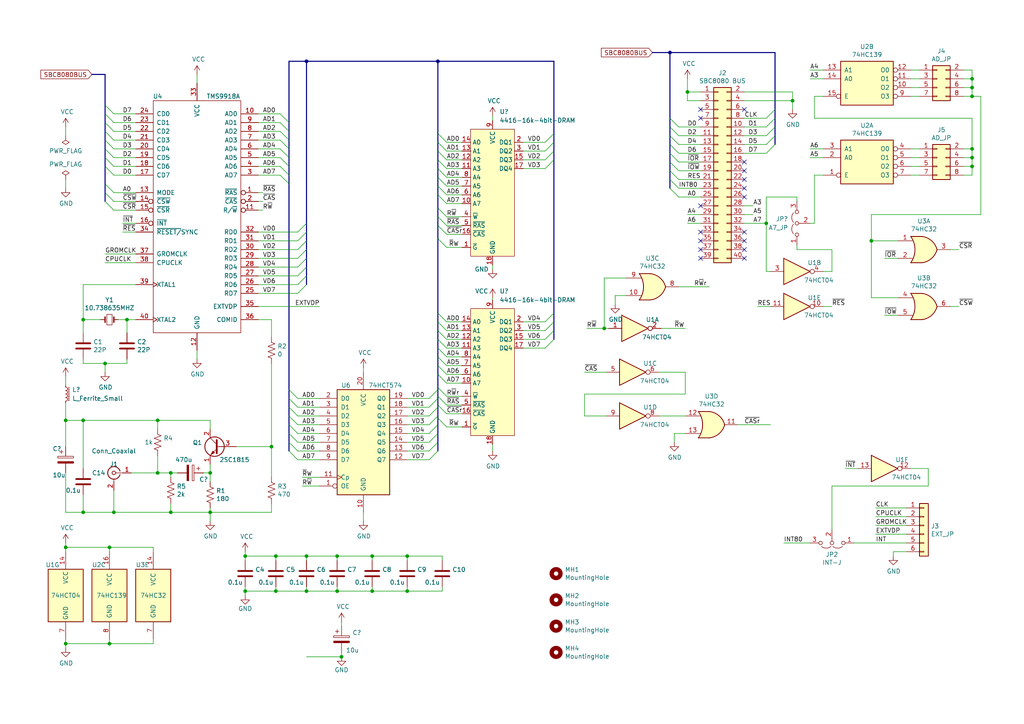
<source format=kicad_sch>
(kicad_sch (version 20211123) (generator eeschema)
  (paper "A4")
  (title_block (title "KZ80 TMS9918A Display Board(DRAM Version)") (date "2022-08-29") (rev "1") (company "KUNI-NET"))
  (junction (at 281.94 48.26))
  (junction (at 281.94 45.72))
  (junction (at 97.79 161.29))
  (junction (at 30.48 105.41))
  (junction (at 199.39 26.67))
  (junction (at 97.79 171.45))
  (junction (at 71.12 161.29))
  (junction (at 60.96 137.16))
  (junction (at 45.72 121.92))
  (junction (at 107.95 171.45))
  (junction (at 194.31 15.24))
  (junction (at 222.25 64.77))
  (junction (at 229.87 29.21))
  (junction (at 88.9 161.29))
  (junction (at 31.75 186.69))
  (junction (at 127 17.78))
  (junction (at 24.13 148.59))
  (junction (at 107.95 161.29))
  (junction (at 99.06 190.5))
  (junction (at 36.83 92.71))
  (junction (at 281.94 27.94))
  (junction (at 88.9 17.78))
  (junction (at 49.53 148.59))
  (junction (at 88.9 171.45))
  (junction (at 19.05 158.75))
  (junction (at 45.72 137.16))
  (junction (at 33.02 148.59))
  (junction (at 252.73 69.85))
  (junction (at 24.13 121.92))
  (junction (at 80.01 161.29))
  (junction (at 31.75 158.75))
  (junction (at 118.11 171.45))
  (junction (at 24.13 92.71))
  (junction (at 281.94 22.86))
  (junction (at 71.12 171.45))
  (junction (at 19.05 186.69))
  (junction (at 281.94 25.4))
  (junction (at 175.26 95.25))
  (junction (at 60.96 148.59))
  (junction (at 281.94 43.18))
  (junction (at 49.53 137.16))
  (junction (at 118.11 161.29))
  (junction (at 78.74 129.54))
  (junction (at 19.05 121.92))
  (junction (at 80.01 171.45))
  (no_connect (at 215.9 67.31))
  (no_connect (at 215.9 49.53))
  (no_connect (at 203.2 31.75))
  (no_connect (at 215.9 52.07))
  (no_connect (at 203.2 74.93))
  (no_connect (at 215.9 31.75))
  (no_connect (at 215.9 57.15))
  (no_connect (at 215.9 54.61))
  (no_connect (at 215.9 74.93))
  (no_connect (at 215.9 69.85))
  (no_connect (at 203.2 72.39))
  (no_connect (at 215.9 72.39))
  (no_connect (at 203.2 34.29))
  (no_connect (at 203.2 69.85))
  (no_connect (at 203.2 67.31))
  (no_connect (at 215.9 46.99))
  (no_connect (at 203.2 59.69))
  (bus_entry (at 33.02 45.72) (size -2.54 -2.54))
  (bus_entry (at 86.36 85.09) (size 2.54 -2.54))
  (bus_entry (at 86.36 77.47) (size 2.54 -2.54))
  (bus_entry (at 81.28 50.8) (size 2.54 2.54))
  (bus_entry (at 158.115 93.345) (size 2.54 -2.54))
  (bus_entry (at 86.36 128.27) (size -2.54 -2.54))
  (bus_entry (at 124.46 125.73) (size 2.54 -2.54))
  (bus_entry (at 127 106.045) (size 2.54 2.54))
  (bus_entry (at 127 108.585) (size 2.54 2.54))
  (bus_entry (at 127 103.505) (size 2.54 2.54))
  (bus_entry (at 127 95.885) (size 2.54 2.54))
  (bus_entry (at 127 98.425) (size 2.54 2.54))
  (bus_entry (at 127 100.965) (size 2.54 2.54))
  (bus_entry (at 127 93.345) (size 2.54 2.54))
  (bus_entry (at 127 90.805) (size 2.54 2.54))
  (bus_entry (at 81.28 38.1) (size 2.54 2.54))
  (bus_entry (at 196.85 41.91) (size -2.54 -2.54))
  (bus_entry (at 158.115 43.815) (size 2.54 -2.54))
  (bus_entry (at 86.36 69.85) (size 2.54 -2.54))
  (bus_entry (at 81.28 48.26) (size 2.54 2.54))
  (bus_entry (at 33.02 50.8) (size -2.54 -2.54))
  (bus_entry (at 127 60.325) (size 2.54 2.54))
  (bus_entry (at 127 62.865) (size 2.54 2.54))
  (bus_entry (at 127 65.405) (size 2.54 2.54))
  (bus_entry (at 127 69.215) (size 2.54 2.54))
  (bus_entry (at 127 38.735) (size 2.54 2.54))
  (bus_entry (at 127 48.895) (size 2.54 2.54))
  (bus_entry (at 127 51.435) (size 2.54 2.54))
  (bus_entry (at 127 53.975) (size 2.54 2.54))
  (bus_entry (at 127 56.515) (size 2.54 2.54))
  (bus_entry (at 127 41.275) (size 2.54 2.54))
  (bus_entry (at 127 43.815) (size 2.54 2.54))
  (bus_entry (at 127 46.355) (size 2.54 2.54))
  (bus_entry (at 158.115 46.355) (size 2.54 -2.54))
  (bus_entry (at 158.115 98.425) (size 2.54 -2.54))
  (bus_entry (at 196.85 54.61) (size -2.54 -2.54))
  (bus_entry (at 222.25 39.37) (size 2.54 -2.54))
  (bus_entry (at 158.115 95.885) (size 2.54 -2.54))
  (bus_entry (at 86.36 115.57) (size -2.54 -2.54))
  (bus_entry (at 33.02 58.42) (size -2.54 -2.54))
  (bus_entry (at 124.46 130.81) (size 2.54 -2.54))
  (bus_entry (at 196.85 49.53) (size -2.54 -2.54))
  (bus_entry (at 33.02 33.02) (size -2.54 -2.54))
  (bus_entry (at 81.28 35.56) (size 2.54 2.54))
  (bus_entry (at 33.02 48.26) (size -2.54 -2.54))
  (bus_entry (at 86.36 74.93) (size 2.54 -2.54))
  (bus_entry (at 196.85 39.37) (size -2.54 -2.54))
  (bus_entry (at 196.85 46.99) (size -2.54 -2.54))
  (bus_entry (at 196.85 44.45) (size -2.54 -2.54))
  (bus_entry (at 222.25 36.83) (size 2.54 -2.54))
  (bus_entry (at 81.28 45.72) (size 2.54 2.54))
  (bus_entry (at 33.02 40.64) (size -2.54 -2.54))
  (bus_entry (at 124.46 123.19) (size 2.54 -2.54))
  (bus_entry (at 33.02 38.1) (size -2.54 -2.54))
  (bus_entry (at 124.46 115.57) (size 2.54 -2.54))
  (bus_entry (at 86.36 123.19) (size -2.54 -2.54))
  (bus_entry (at 124.46 133.35) (size 2.54 -2.54))
  (bus_entry (at 86.36 130.81) (size -2.54 -2.54))
  (bus_entry (at 86.36 67.31) (size 2.54 -2.54))
  (bus_entry (at 158.115 48.895) (size 2.54 -2.54))
  (bus_entry (at 158.115 100.965) (size 2.54 -2.54))
  (bus_entry (at 33.02 60.96) (size -2.54 -2.54))
  (bus_entry (at 86.36 120.65) (size -2.54 -2.54))
  (bus_entry (at 86.36 133.35) (size -2.54 -2.54))
  (bus_entry (at 222.25 44.45) (size 2.54 -2.54))
  (bus_entry (at 81.28 33.02) (size 2.54 2.54))
  (bus_entry (at 196.85 36.83) (size -2.54 -2.54))
  (bus_entry (at 86.36 82.55) (size 2.54 -2.54))
  (bus_entry (at 222.25 41.91) (size 2.54 -2.54))
  (bus_entry (at 86.36 80.01) (size 2.54 -2.54))
  (bus_entry (at 86.36 125.73) (size -2.54 -2.54))
  (bus_entry (at 196.85 57.15) (size -2.54 -2.54))
  (bus_entry (at 124.46 128.27) (size 2.54 -2.54))
  (bus_entry (at 33.02 35.56) (size -2.54 -2.54))
  (bus_entry (at 196.85 52.07) (size -2.54 -2.54))
  (bus_entry (at 158.115 41.275) (size 2.54 -2.54))
  (bus_entry (at 81.28 40.64) (size 2.54 2.54))
  (bus_entry (at 86.36 118.11) (size -2.54 -2.54))
  (bus_entry (at 127 117.475) (size 2.54 2.54))
  (bus_entry (at 127 112.395) (size 2.54 2.54))
  (bus_entry (at 127 114.935) (size 2.54 2.54))
  (bus_entry (at 127 121.285) (size 2.54 2.54))
  (bus_entry (at 81.28 43.18) (size 2.54 2.54))
  (bus_entry (at 124.46 118.11) (size 2.54 -2.54))
  (bus_entry (at 33.02 55.88) (size -2.54 -2.54))
  (bus_entry (at 222.25 34.29) (size 2.54 -2.54))
  (bus_entry (at 33.02 43.18) (size -2.54 -2.54))
  (bus_entry (at 86.36 72.39) (size 2.54 -2.54))
  (bus_entry (at 124.46 120.65) (size 2.54 -2.54))
  (bus (pts (xy 127 53.975) (xy 127 56.515)))
  (bus (pts (xy 127 120.65) (xy 127 121.285)))
  (wire (pts (xy 92.71 115.57) (xy 86.36 115.57)))
  (bus (pts (xy 127 48.895) (xy 127 51.435)))
  (wire (pts (xy 39.37 58.42) (xy 33.02 58.42)))
  (wire (pts (xy 129.54 103.505) (xy 133.985 103.505)))
  (wire (pts (xy 281.94 34.29) (xy 236.22 34.29)))
  (bus (pts (xy 30.48 55.88) (xy 30.48 58.42)))
  (bus (pts (xy 30.48 38.1) (xy 30.48 40.64)))
  (bus (pts (xy 224.79 15.24) (xy 194.31 15.24)))
  (wire (pts (xy 151.765 46.355) (xy 158.115 46.355)))
  (wire (pts (xy 279.4 22.86) (xy 281.94 22.86)))
  (bus (pts (xy 88.9 77.47) (xy 88.9 80.01)))
  (wire (pts (xy 284.48 27.94) (xy 284.48 62.23)))
  (bus (pts (xy 83.82 35.56) (xy 83.82 38.1)))
  (wire (pts (xy 59.055 137.16) (xy 60.96 137.16)))
  (wire (pts (xy 31.75 158.75) (xy 19.05 158.75)))
  (wire (pts (xy 97.79 161.29) (xy 107.95 161.29)))
  (wire (pts (xy 74.93 38.1) (xy 81.28 38.1)))
  (wire (pts (xy 215.9 36.83) (xy 222.25 36.83)))
  (wire (pts (xy 178.435 88.265) (xy 178.435 85.725)))
  (bus (pts (xy 127 93.345) (xy 127 95.885)))
  (bus (pts (xy 127 114.935) (xy 127 115.57)))
  (wire (pts (xy 196.85 83.185) (xy 205.74 83.185)))
  (wire (pts (xy 129.54 67.945) (xy 133.985 67.945)))
  (wire (pts (xy 264.16 50.8) (xy 266.7 50.8)))
  (wire (pts (xy 279.4 48.26) (xy 281.94 48.26)))
  (wire (pts (xy 169.545 120.65) (xy 175.895 120.65)))
  (wire (pts (xy 281.94 27.94) (xy 284.48 27.94)))
  (wire (pts (xy 229.87 29.21) (xy 229.87 31.75)))
  (wire (pts (xy 19.05 121.92) (xy 24.13 121.92)))
  (wire (pts (xy 60.96 121.92) (xy 60.96 124.46)))
  (wire (pts (xy 105.41 148.59) (xy 105.41 151.13)))
  (wire (pts (xy 24.13 105.41) (xy 30.48 105.41)))
  (wire (pts (xy 74.93 77.47) (xy 86.36 77.47)))
  (wire (pts (xy 279.4 20.32) (xy 281.94 20.32)))
  (wire (pts (xy 264.16 20.32) (xy 266.7 20.32)))
  (wire (pts (xy 39.37 48.26) (xy 33.02 48.26)))
  (wire (pts (xy 71.12 161.29) (xy 80.01 161.29)))
  (wire (pts (xy 169.545 107.95) (xy 175.895 107.95)))
  (wire (pts (xy 129.54 41.275) (xy 133.985 41.275)))
  (wire (pts (xy 279.4 25.4) (xy 281.94 25.4)))
  (bus (pts (xy 127 38.735) (xy 127 41.275)))
  (wire (pts (xy 107.95 171.45) (xy 107.95 170.18)))
  (bus (pts (xy 83.82 45.72) (xy 83.82 48.26)))
  (wire (pts (xy 74.93 43.18) (xy 81.28 43.18)))
  (wire (pts (xy 71.12 160.02) (xy 71.12 161.29)))
  (wire (pts (xy 118.11 162.56) (xy 118.11 161.29)))
  (wire (pts (xy 78.74 92.71) (xy 78.74 97.79)))
  (wire (pts (xy 264.16 135.89) (xy 269.24 135.89)))
  (wire (pts (xy 129.54 43.815) (xy 133.985 43.815)))
  (wire (pts (xy 39.37 45.72) (xy 33.02 45.72)))
  (bus (pts (xy 160.655 93.345) (xy 160.655 95.885)))
  (wire (pts (xy 198.755 107.95) (xy 198.755 114.3)))
  (wire (pts (xy 222.25 64.77) (xy 222.25 57.15)))
  (wire (pts (xy 19.05 148.59) (xy 24.13 148.59)))
  (wire (pts (xy 92.71 118.11) (xy 86.36 118.11)))
  (bus (pts (xy 83.82 128.27) (xy 83.82 130.81)))
  (wire (pts (xy 39.37 76.2) (xy 30.48 76.2)))
  (wire (pts (xy 222.25 78.74) (xy 223.52 78.74)))
  (wire (pts (xy 215.9 39.37) (xy 222.25 39.37)))
  (bus (pts (xy 194.31 44.45) (xy 194.31 46.99)))
  (wire (pts (xy 118.11 171.45) (xy 118.11 170.18)))
  (wire (pts (xy 241.3 140.97) (xy 269.24 140.97)))
  (wire (pts (xy 19.05 36.83) (xy 19.05 39.37)))
  (wire (pts (xy 218.44 59.69) (xy 215.9 59.69)))
  (bus (pts (xy 127 95.885) (xy 127 98.425)))
  (wire (pts (xy 222.25 57.15) (xy 231.14 57.15)))
  (wire (pts (xy 129.54 93.345) (xy 133.985 93.345)))
  (wire (pts (xy 264.16 25.4) (xy 266.7 25.4)))
  (bus (pts (xy 127 108.585) (xy 127 112.395)))
  (bus (pts (xy 127 69.215) (xy 127 90.805)))
  (wire (pts (xy 49.53 146.05) (xy 49.53 148.59)))
  (wire (pts (xy 45.72 121.92) (xy 60.96 121.92)))
  (wire (pts (xy 203.2 49.53) (xy 196.85 49.53)))
  (wire (pts (xy 281.94 48.26) (xy 281.94 50.8)))
  (wire (pts (xy 247.65 157.48) (xy 262.89 157.48)))
  (wire (pts (xy 198.755 114.3) (xy 169.545 114.3)))
  (wire (pts (xy 264.16 45.72) (xy 266.7 45.72)))
  (bus (pts (xy 30.48 30.48) (xy 30.48 33.02)))
  (wire (pts (xy 142.875 86.36) (xy 142.875 86.995)))
  (bus (pts (xy 88.9 17.78) (xy 127 17.78)))
  (wire (pts (xy 264.16 43.18) (xy 266.7 43.18)))
  (wire (pts (xy 44.45 185.42) (xy 44.45 186.69)))
  (wire (pts (xy 238.76 43.18) (xy 234.95 43.18)))
  (wire (pts (xy 151.765 48.895) (xy 158.115 48.895)))
  (wire (pts (xy 236.22 50.8) (xy 236.22 64.77)))
  (bus (pts (xy 127 51.435) (xy 127 53.975)))
  (wire (pts (xy 215.9 41.91) (xy 222.25 41.91)))
  (bus (pts (xy 83.82 48.26) (xy 83.82 50.8)))
  (wire (pts (xy 74.93 60.96) (xy 76.2 60.96)))
  (wire (pts (xy 39.37 50.8) (xy 33.02 50.8)))
  (wire (pts (xy 215.9 64.77) (xy 222.25 64.77)))
  (wire (pts (xy 241.3 140.97) (xy 241.3 153.67)))
  (bus (pts (xy 88.9 69.85) (xy 88.9 72.39)))
  (wire (pts (xy 128.27 171.45) (xy 118.11 171.45)))
  (wire (pts (xy 88.9 162.56) (xy 88.9 161.29)))
  (wire (pts (xy 129.54 53.975) (xy 133.985 53.975)))
  (bus (pts (xy 83.82 115.57) (xy 83.82 118.11)))
  (wire (pts (xy 191.77 95.25) (xy 198.755 95.25)))
  (wire (pts (xy 203.2 41.91) (xy 196.85 41.91)))
  (wire (pts (xy 78.74 105.41) (xy 78.74 129.54)))
  (wire (pts (xy 129.54 100.965) (xy 133.985 100.965)))
  (wire (pts (xy 203.2 44.45) (xy 196.85 44.45)))
  (wire (pts (xy 118.11 123.19) (xy 124.46 123.19)))
  (bus (pts (xy 194.31 36.83) (xy 194.31 39.37)))
  (wire (pts (xy 128.27 170.18) (xy 128.27 171.45)))
  (wire (pts (xy 129.54 120.015) (xy 133.985 120.015)))
  (wire (pts (xy 74.93 85.09) (xy 86.36 85.09)))
  (wire (pts (xy 281.94 45.72) (xy 281.94 48.26)))
  (bus (pts (xy 127 90.805) (xy 127 93.345)))
  (wire (pts (xy 129.54 106.045) (xy 133.985 106.045)))
  (bus (pts (xy 160.655 17.78) (xy 160.655 38.735)))
  (wire (pts (xy 231.14 72.39) (xy 241.3 72.39)))
  (wire (pts (xy 281.94 43.18) (xy 281.94 45.72)))
  (wire (pts (xy 203.2 57.15) (xy 196.85 57.15)))
  (wire (pts (xy 99.06 189.23) (xy 99.06 190.5)))
  (wire (pts (xy 129.54 46.355) (xy 133.985 46.355)))
  (wire (pts (xy 45.72 132.08) (xy 45.72 137.16)))
  (wire (pts (xy 92.71 128.27) (xy 86.36 128.27)))
  (wire (pts (xy 92.71 133.35) (xy 86.36 133.35)))
  (wire (pts (xy 129.54 114.935) (xy 133.985 114.935)))
  (wire (pts (xy 129.54 123.825) (xy 133.985 123.825)))
  (wire (pts (xy 74.93 55.88) (xy 76.2 55.88)))
  (wire (pts (xy 88.9 171.45) (xy 80.01 171.45)))
  (wire (pts (xy 222.25 64.77) (xy 222.25 78.74)))
  (wire (pts (xy 281.94 43.18) (xy 281.94 34.29)))
  (wire (pts (xy 74.93 33.02) (xy 81.28 33.02)))
  (wire (pts (xy 92.71 123.19) (xy 86.36 123.19)))
  (bus (pts (xy 160.655 46.355) (xy 160.655 90.805)))
  (wire (pts (xy 45.72 124.46) (xy 45.72 121.92)))
  (wire (pts (xy 92.71 125.73) (xy 86.36 125.73)))
  (bus (pts (xy 83.82 120.65) (xy 83.82 123.19)))
  (wire (pts (xy 118.11 130.81) (xy 124.46 130.81)))
  (wire (pts (xy 129.54 108.585) (xy 133.985 108.585)))
  (wire (pts (xy 129.54 98.425) (xy 133.985 98.425)))
  (wire (pts (xy 238.76 50.8) (xy 236.22 50.8)))
  (wire (pts (xy 39.37 43.18) (xy 33.02 43.18)))
  (wire (pts (xy 92.71 140.97) (xy 87.63 140.97)))
  (wire (pts (xy 264.16 22.86) (xy 266.7 22.86)))
  (wire (pts (xy 279.4 45.72) (xy 281.94 45.72)))
  (wire (pts (xy 195.58 128.27) (xy 195.58 125.73)))
  (wire (pts (xy 30.48 105.41) (xy 30.48 107.95)))
  (bus (pts (xy 88.9 67.31) (xy 88.9 69.85)))
  (wire (pts (xy 36.83 105.41) (xy 36.83 104.14)))
  (wire (pts (xy 49.53 137.16) (xy 49.53 138.43)))
  (wire (pts (xy 80.01 161.29) (xy 88.9 161.29)))
  (bus (pts (xy 127 60.325) (xy 127 62.865)))
  (wire (pts (xy 178.435 85.725) (xy 181.61 85.725)))
  (wire (pts (xy 279.4 43.18) (xy 281.94 43.18)))
  (wire (pts (xy 107.95 162.56) (xy 107.95 161.29)))
  (wire (pts (xy 203.2 36.83) (xy 196.85 36.83)))
  (wire (pts (xy 203.2 39.37) (xy 196.85 39.37)))
  (wire (pts (xy 19.05 121.92) (xy 19.05 129.54)))
  (wire (pts (xy 97.79 171.45) (xy 88.9 171.45)))
  (bus (pts (xy 26.67 21.59) (xy 30.48 21.59)))
  (wire (pts (xy 88.9 161.29) (xy 97.79 161.29)))
  (wire (pts (xy 39.37 60.96) (xy 33.02 60.96)))
  (wire (pts (xy 238.76 45.72) (xy 234.95 45.72)))
  (bus (pts (xy 194.31 34.29) (xy 194.31 36.83)))
  (wire (pts (xy 31.75 186.69) (xy 31.75 185.42)))
  (wire (pts (xy 151.765 41.275) (xy 158.115 41.275)))
  (bus (pts (xy 88.9 17.78) (xy 88.9 64.77)))
  (wire (pts (xy 219.71 88.9) (xy 223.52 88.9)))
  (bus (pts (xy 194.31 49.53) (xy 194.31 52.07)))
  (bus (pts (xy 127 112.395) (xy 127 113.03)))
  (bus (pts (xy 160.655 43.815) (xy 160.655 46.355)))
  (bus (pts (xy 127 43.815) (xy 127 46.355)))
  (wire (pts (xy 74.93 35.56) (xy 81.28 35.56)))
  (wire (pts (xy 19.05 52.07) (xy 19.05 54.61)))
  (wire (pts (xy 45.72 137.16) (xy 49.53 137.16)))
  (wire (pts (xy 29.21 92.71) (xy 24.13 92.71)))
  (bus (pts (xy 30.48 40.64) (xy 30.48 43.18)))
  (wire (pts (xy 231.14 71.12) (xy 231.14 72.39)))
  (wire (pts (xy 39.37 40.64) (xy 33.02 40.64)))
  (wire (pts (xy 238.76 20.32) (xy 234.95 20.32)))
  (wire (pts (xy 80.01 170.18) (xy 80.01 171.45)))
  (wire (pts (xy 199.39 22.86) (xy 199.39 26.67)))
  (wire (pts (xy 39.37 33.02) (xy 33.02 33.02)))
  (wire (pts (xy 60.96 148.59) (xy 60.96 151.13)))
  (wire (pts (xy 39.37 55.88) (xy 33.02 55.88)))
  (wire (pts (xy 259.08 160.02) (xy 259.08 161.29)))
  (wire (pts (xy 203.2 62.23) (xy 199.39 62.23)))
  (wire (pts (xy 262.89 152.4) (xy 254 152.4)))
  (bus (pts (xy 127 62.865) (xy 127 65.405)))
  (bus (pts (xy 194.31 52.07) (xy 194.31 54.61)))
  (bus (pts (xy 83.82 38.1) (xy 83.82 40.64)))
  (wire (pts (xy 236.22 64.77) (xy 234.95 64.77)))
  (wire (pts (xy 39.37 73.66) (xy 30.48 73.66)))
  (bus (pts (xy 83.82 123.19) (xy 83.82 125.73)))
  (bus (pts (xy 160.655 17.78) (xy 127 17.78)))
  (wire (pts (xy 36.83 92.71) (xy 36.83 96.52)))
  (bus (pts (xy 88.9 72.39) (xy 88.9 74.93)))
  (bus (pts (xy 30.48 53.34) (xy 30.48 55.88)))
  (wire (pts (xy 24.13 104.14) (xy 24.13 105.41)))
  (wire (pts (xy 74.93 80.01) (xy 86.36 80.01)))
  (wire (pts (xy 151.765 93.345) (xy 158.115 93.345)))
  (bus (pts (xy 83.82 35.56) (xy 83.82 17.78)))
  (wire (pts (xy 215.9 26.67) (xy 229.87 26.67)))
  (wire (pts (xy 74.93 48.26) (xy 81.28 48.26)))
  (wire (pts (xy 34.29 92.71) (xy 36.83 92.71)))
  (wire (pts (xy 24.13 82.55) (xy 24.13 92.71)))
  (bus (pts (xy 127 121.285) (xy 127 123.19)))
  (bus (pts (xy 160.655 38.735) (xy 160.655 41.275)))
  (wire (pts (xy 248.92 135.89) (xy 245.11 135.89)))
  (wire (pts (xy 49.53 148.59) (xy 60.96 148.59)))
  (wire (pts (xy 71.12 170.18) (xy 71.12 171.45)))
  (bus (pts (xy 83.82 50.8) (xy 83.82 53.34)))
  (wire (pts (xy 278.13 88.9) (xy 275.59 88.9)))
  (wire (pts (xy 129.54 51.435) (xy 133.985 51.435)))
  (wire (pts (xy 118.11 171.45) (xy 107.95 171.45)))
  (bus (pts (xy 224.79 36.83) (xy 224.79 39.37)))
  (wire (pts (xy 175.26 80.645) (xy 181.61 80.645)))
  (wire (pts (xy 151.765 43.815) (xy 158.115 43.815)))
  (bus (pts (xy 30.48 33.02) (xy 30.48 35.56)))
  (wire (pts (xy 24.13 121.92) (xy 45.72 121.92)))
  (bus (pts (xy 83.82 113.03) (xy 83.82 115.57)))
  (wire (pts (xy 78.74 129.54) (xy 68.58 129.54)))
  (wire (pts (xy 49.53 137.16) (xy 51.435 137.16)))
  (wire (pts (xy 71.12 171.45) (xy 71.12 172.72)))
  (bus (pts (xy 160.655 95.885) (xy 160.655 98.425)))
  (bus (pts (xy 127 56.515) (xy 127 60.325)))
  (wire (pts (xy 241.3 88.9) (xy 238.76 88.9)))
  (wire (pts (xy 19.05 186.69) (xy 31.75 186.69)))
  (wire (pts (xy 151.765 100.965) (xy 158.115 100.965)))
  (wire (pts (xy 39.37 64.77) (xy 35.56 64.77)))
  (wire (pts (xy 213.995 123.19) (xy 223.52 123.19)))
  (wire (pts (xy 215.9 44.45) (xy 222.25 44.45)))
  (bus (pts (xy 127 41.275) (xy 127 43.815)))
  (wire (pts (xy 129.54 48.895) (xy 133.985 48.895)))
  (bus (pts (xy 127 98.425) (xy 127 100.965)))
  (bus (pts (xy 30.48 21.59) (xy 30.48 30.48)))
  (wire (pts (xy 74.93 82.55) (xy 86.36 82.55)))
  (wire (pts (xy 203.2 26.67) (xy 199.39 26.67)))
  (bus (pts (xy 83.82 17.78) (xy 88.9 17.78)))
  (wire (pts (xy 107.95 161.29) (xy 118.11 161.29)))
  (wire (pts (xy 38.1 137.16) (xy 45.72 137.16)))
  (bus (pts (xy 88.9 64.77) (xy 88.9 67.31)))
  (bus (pts (xy 30.48 43.18) (xy 30.48 45.72)))
  (wire (pts (xy 241.3 78.74) (xy 238.76 78.74)))
  (bus (pts (xy 127 115.57) (xy 127 117.475)))
  (wire (pts (xy 19.05 186.69) (xy 19.05 187.96)))
  (wire (pts (xy 118.11 161.29) (xy 128.27 161.29)))
  (wire (pts (xy 128.27 161.29) (xy 128.27 162.56)))
  (bus (pts (xy 189.23 15.24) (xy 194.31 15.24)))
  (wire (pts (xy 24.13 121.92) (xy 24.13 135.89)))
  (wire (pts (xy 118.11 118.11) (xy 124.46 118.11)))
  (wire (pts (xy 39.37 35.56) (xy 33.02 35.56)))
  (wire (pts (xy 118.11 128.27) (xy 124.46 128.27)))
  (wire (pts (xy 88.9 170.18) (xy 88.9 171.45)))
  (wire (pts (xy 199.39 29.21) (xy 203.2 29.21)))
  (wire (pts (xy 80.01 171.45) (xy 71.12 171.45)))
  (wire (pts (xy 236.22 27.94) (xy 238.76 27.94)))
  (wire (pts (xy 281.94 22.86) (xy 281.94 25.4)))
  (wire (pts (xy 60.96 134.62) (xy 60.96 137.16)))
  (wire (pts (xy 281.94 20.32) (xy 281.94 22.86)))
  (wire (pts (xy 118.11 120.65) (xy 124.46 120.65)))
  (bus (pts (xy 194.31 39.37) (xy 194.31 41.91)))
  (bus (pts (xy 88.9 80.01) (xy 88.9 82.55)))
  (wire (pts (xy 60.96 137.16) (xy 60.96 139.7)))
  (wire (pts (xy 57.15 21.59) (xy 57.15 24.13)))
  (bus (pts (xy 127 125.73) (xy 127 128.27)))
  (wire (pts (xy 234.95 157.48) (xy 227.33 157.48)))
  (wire (pts (xy 199.39 26.67) (xy 199.39 29.21)))
  (bus (pts (xy 194.31 46.99) (xy 194.31 49.53)))
  (wire (pts (xy 264.16 27.94) (xy 266.7 27.94)))
  (bus (pts (xy 88.9 74.93) (xy 88.9 77.47)))
  (wire (pts (xy 203.2 52.07) (xy 196.85 52.07)))
  (wire (pts (xy 19.05 137.16) (xy 19.05 148.59)))
  (wire (pts (xy 218.44 62.23) (xy 215.9 62.23)))
  (wire (pts (xy 99.06 180.34) (xy 99.06 181.61)))
  (wire (pts (xy 80.01 162.56) (xy 80.01 161.29)))
  (wire (pts (xy 262.89 147.32) (xy 254 147.32)))
  (wire (pts (xy 129.54 65.405) (xy 133.985 65.405)))
  (wire (pts (xy 74.93 72.39) (xy 86.36 72.39)))
  (wire (pts (xy 92.71 130.81) (xy 86.36 130.81)))
  (wire (pts (xy 60.96 147.32) (xy 60.96 148.59)))
  (wire (pts (xy 260.35 86.36) (xy 252.73 86.36)))
  (bus (pts (xy 194.31 15.24) (xy 194.31 34.29)))
  (wire (pts (xy 203.2 64.77) (xy 199.39 64.77)))
  (wire (pts (xy 19.05 116.84) (xy 19.05 121.92)))
  (wire (pts (xy 92.71 120.65) (xy 86.36 120.65)))
  (wire (pts (xy 24.13 143.51) (xy 24.13 148.59)))
  (wire (pts (xy 19.05 157.48) (xy 19.05 158.75)))
  (wire (pts (xy 129.54 56.515) (xy 133.985 56.515)))
  (wire (pts (xy 74.93 69.85) (xy 86.36 69.85)))
  (bus (pts (xy 127 113.03) (xy 127 114.935)))
  (bus (pts (xy 127 46.355) (xy 127 48.895)))
  (bus (pts (xy 127 106.045) (xy 127 108.585)))
  (wire (pts (xy 33.02 142.24) (xy 33.02 148.59)))
  (wire (pts (xy 129.54 111.125) (xy 133.985 111.125)))
  (wire (pts (xy 142.875 128.905) (xy 142.875 130.81)))
  (wire (pts (xy 74.93 58.42) (xy 76.2 58.42)))
  (wire (pts (xy 252.73 86.36) (xy 252.73 69.85)))
  (wire (pts (xy 71.12 161.29) (xy 71.12 162.56)))
  (wire (pts (xy 142.875 33.655) (xy 142.875 34.925)))
  (bus (pts (xy 30.48 35.56) (xy 30.48 38.1)))
  (bus (pts (xy 160.655 41.275) (xy 160.655 43.815)))
  (wire (pts (xy 281.94 50.8) (xy 279.4 50.8)))
  (wire (pts (xy 24.13 148.59) (xy 33.02 148.59)))
  (bus (pts (xy 127 17.78) (xy 127 38.735)))
  (bus (pts (xy 127 103.505) (xy 127 106.045)))
  (wire (pts (xy 231.14 58.42) (xy 231.14 57.15)))
  (wire (pts (xy 118.11 115.57) (xy 124.46 115.57)))
  (wire (pts (xy 97.79 170.18) (xy 97.79 171.45)))
  (wire (pts (xy 264.16 48.26) (xy 266.7 48.26)))
  (wire (pts (xy 30.48 105.41) (xy 36.83 105.41)))
  (wire (pts (xy 74.93 88.9) (xy 92.71 88.9)))
  (wire (pts (xy 39.37 67.31) (xy 35.56 67.31)))
  (bus (pts (xy 127 100.965) (xy 127 103.505)))
  (wire (pts (xy 129.54 71.755) (xy 133.985 71.755)))
  (wire (pts (xy 105.41 106.68) (xy 105.41 107.95)))
  (wire (pts (xy 281.94 27.94) (xy 279.4 27.94)))
  (bus (pts (xy 127 123.19) (xy 127 125.73)))
  (wire (pts (xy 129.54 59.055) (xy 133.985 59.055)))
  (wire (pts (xy 236.22 34.29) (xy 236.22 27.94)))
  (wire (pts (xy 260.35 74.93) (xy 256.54 74.93)))
  (wire (pts (xy 74.93 67.31) (xy 86.36 67.31)))
  (bus (pts (xy 127 118.11) (xy 127 120.65)))
  (bus (pts (xy 83.82 118.11) (xy 83.82 120.65)))
  (wire (pts (xy 278.13 72.39) (xy 275.59 72.39)))
  (wire (pts (xy 262.89 154.94) (xy 254 154.94)))
  (wire (pts (xy 195.58 125.73) (xy 198.755 125.73)))
  (wire (pts (xy 19.05 109.22) (xy 19.05 111.76)))
  (bus (pts (xy 83.82 43.18) (xy 83.82 45.72)))
  (bus (pts (xy 83.82 53.34) (xy 83.82 113.03)))
  (wire (pts (xy 36.83 92.71) (xy 39.37 92.71)))
  (wire (pts (xy 129.54 62.865) (xy 133.985 62.865)))
  (wire (pts (xy 60.96 148.59) (xy 78.74 148.59)))
  (wire (pts (xy 262.89 160.02) (xy 259.08 160.02)))
  (wire (pts (xy 215.9 29.21) (xy 229.87 29.21)))
  (wire (pts (xy 78.74 148.59) (xy 78.74 146.05)))
  (wire (pts (xy 281.94 25.4) (xy 281.94 27.94)))
  (wire (pts (xy 151.765 95.885) (xy 158.115 95.885)))
  (bus (pts (xy 224.79 15.24) (xy 224.79 31.75)))
  (wire (pts (xy 31.75 158.75) (xy 44.45 158.75)))
  (bus (pts (xy 224.79 39.37) (xy 224.79 41.91)))
  (bus (pts (xy 127 65.405) (xy 127 69.215)))
  (bus (pts (xy 224.79 31.75) (xy 224.79 34.29)))
  (bus (pts (xy 30.48 48.26) (xy 30.48 53.34)))
  (wire (pts (xy 215.9 34.29) (xy 222.25 34.29)))
  (bus (pts (xy 127 128.27) (xy 127 130.81)))
  (wire (pts (xy 74.93 50.8) (xy 81.28 50.8)))
  (wire (pts (xy 19.05 158.75) (xy 19.05 160.02)))
  (wire (pts (xy 24.13 92.71) (xy 24.13 96.52)))
  (wire (pts (xy 74.93 45.72) (xy 81.28 45.72)))
  (wire (pts (xy 170.18 95.25) (xy 175.26 95.25)))
  (wire (pts (xy 87.63 138.43) (xy 92.71 138.43)))
  (wire (pts (xy 74.93 74.93) (xy 86.36 74.93)))
  (wire (pts (xy 99.06 190.5) (xy 88.9 190.5)))
  (wire (pts (xy 107.95 171.45) (xy 97.79 171.45)))
  (wire (pts (xy 203.2 46.99) (xy 196.85 46.99)))
  (wire (pts (xy 78.74 138.43) (xy 78.74 129.54)))
  (bus (pts (xy 127 117.475) (xy 127 118.11)))
  (bus (pts (xy 30.48 45.72) (xy 30.48 48.26)))
  (wire (pts (xy 118.11 133.35) (xy 124.46 133.35)))
  (wire (pts (xy 129.54 117.475) (xy 133.985 117.475)))
  (wire (pts (xy 39.37 38.1) (xy 33.02 38.1)))
  (bus (pts (xy 194.31 41.91) (xy 194.31 44.45)))
  (wire (pts (xy 203.2 54.61) (xy 196.85 54.61)))
  (wire (pts (xy 142.875 76.835) (xy 142.875 78.105)))
  (wire (pts (xy 151.765 98.425) (xy 158.115 98.425)))
  (wire (pts (xy 44.45 186.69) (xy 31.75 186.69)))
  (wire (pts (xy 241.3 72.39) (xy 241.3 78.74)))
  (bus (pts (xy 83.82 125.73) (xy 83.82 128.27)))
  (wire (pts (xy 31.75 160.02) (xy 31.75 158.75)))
  (wire (pts (xy 175.26 95.25) (xy 175.26 80.645)))
  (wire (pts (xy 269.24 135.89) (xy 269.24 140.97)))
  (wire (pts (xy 169.545 114.3) (xy 169.545 120.65)))
  (wire (pts (xy 191.135 120.65) (xy 198.755 120.65)))
  (wire (pts (xy 39.37 82.55) (xy 24.13 82.55)))
  (wire (pts (xy 252.73 69.85) (xy 260.35 69.85)))
  (wire (pts (xy 74.93 92.71) (xy 78.74 92.71)))
  (wire (pts (xy 19.05 185.42) (xy 19.05 186.69)))
  (wire (pts (xy 238.76 22.86) (xy 234.95 22.86)))
  (wire (pts (xy 252.73 62.23) (xy 252.73 69.85)))
  (wire (pts (xy 191.135 107.95) (xy 198.755 107.95)))
  (wire (pts (xy 260.35 91.44) (xy 256.54 91.44)))
  (wire (pts (xy 74.93 40.64) (xy 81.28 40.64)))
  (wire (pts (xy 97.79 162.56) (xy 97.79 161.29)))
  (wire (pts (xy 129.54 95.885) (xy 133.985 95.885)))
  (wire (pts (xy 175.26 95.25) (xy 176.53 95.25)))
  (wire (pts (xy 57.15 101.6) (xy 57.15 104.14)))
  (bus (pts (xy 224.79 34.29) (xy 224.79 36.83)))
  (wire (pts (xy 118.11 125.73) (xy 124.46 125.73)))
  (wire (pts (xy 262.89 149.86) (xy 254 149.86)))
  (bus (pts (xy 83.82 40.64) (xy 83.82 43.18)))
  (bus (pts (xy 160.655 90.805) (xy 160.655 93.345)))
  (wire (pts (xy 229.87 26.67) (xy 229.87 29.21)))
  (wire (pts (xy 44.45 158.75) (xy 44.45 160.02)))
  (wire (pts (xy 33.02 148.59) (xy 49.53 148.59)))
  (wire (pts (xy 284.48 62.23) (xy 252.73 62.23)))
  (label "~{RAS}" (at 129.54 117.475 0))
  (label "AD3" (at 87.63 123.19 0))
  (label "~{RES}" (at 241.3 88.9 0))
  (label "AD1" (at 76.2 35.56 0))
  (label "EXTVDP" (at 92.71 88.9 180))
  (label "R~{W}r" (at 129.54 114.935 0))
  (label "~{CASr}" (at 129.54 67.945 0))
  (label "~{CSW}" (at 35.56 58.42 0))
  (label "EXTVDP" (at 254 154.94 0))
  (label "INT80" (at 196.85 54.61 0))
  (label "VD0" (at 119.38 115.57 0))
  (label "AD2" (at 129.54 46.355 0))
  (label "A4" (at 234.95 20.32 0))
  (label "~{R}W" (at 195.58 95.25 0))
  (label "~{INT}" (at 35.56 64.77 0))
  (label "AD6" (at 129.54 56.515 0))
  (label "A5" (at 218.44 62.23 0))
  (label "D1" (at 35.56 48.26 0))
  (label "D7" (at 219.71 44.45 180))
  (label "VD7" (at 76.2 85.09 0))
  (label "A6" (at 234.95 43.18 0))
  (label "R~{W}" (at 76.2 60.96 0))
  (label "AD0" (at 129.54 41.275 0))
  (label "VD6" (at 153.035 98.425 0))
  (label "VD4" (at 119.38 125.73 0))
  (label "VD5" (at 76.2 80.01 0))
  (label "D3" (at 35.56 43.18 0))
  (label "AD7" (at 76.2 50.8 0))
  (label "~{RAS}" (at 129.54 65.405 0))
  (label "D0" (at 199.39 36.83 0))
  (label "RES" (at 199.39 52.07 0))
  (label "AD0" (at 76.2 33.02 0))
  (label "VD3" (at 76.2 74.93 0))
  (label "CLK" (at 219.71 34.29 180))
  (label "VD2" (at 76.2 72.39 0))
  (label "AD4" (at 129.54 103.505 0))
  (label "VD0" (at 153.035 41.275 0))
  (label "R~{W}" (at 129.54 62.865 0))
  (label "~{RAS}" (at 76.2 55.88 0))
  (label "A7" (at 218.44 64.77 0))
  (label "AD4" (at 76.2 43.18 0))
  (label "D2" (at 35.56 45.72 0))
  (label "~{CAS}" (at 76.2 58.42 0))
  (label "~{IOR}" (at 256.54 74.93 0))
  (label "AD6" (at 76.2 48.26 0))
  (label "INT" (at 254 157.48 0))
  (label "AD0" (at 129.54 93.345 0))
  (label "~{CASr}" (at 215.9 123.19 0))
  (label "VD2" (at 119.38 120.65 0))
  (label "A4" (at 199.39 62.23 0))
  (label "AD3" (at 129.54 48.895 0))
  (label "D2" (at 199.39 39.37 0))
  (label "~{INT}" (at 245.11 135.89 0))
  (label "VD1" (at 153.035 43.815 0))
  (label "AD2" (at 87.63 120.65 0))
  (label "AD2" (at 129.54 98.425 0))
  (label "AD6" (at 87.63 130.81 0))
  (label "A0" (at 35.56 55.88 0))
  (label "D6" (at 199.39 44.45 0))
  (label "VD1" (at 119.38 118.11 0))
  (label "AD4" (at 87.63 125.73 0))
  (label "~{RES}" (at 35.56 67.31 0))
  (label "~{R}W" (at 130.175 71.755 0))
  (label "D1" (at 219.71 36.83 180))
  (label "AD0" (at 87.63 115.57 0))
  (label "VD2" (at 153.035 46.355 0))
  (label "~{IOR}" (at 199.39 46.99 0))
  (label "CLK" (at 254 147.32 0))
  (label "~{R}W" (at 87.63 138.43 0))
  (label "RES" (at 219.71 88.9 0))
  (label "VD4" (at 76.2 77.47 0))
  (label "~{IOW}" (at 199.39 49.53 0))
  (label "AD3" (at 129.54 100.965 0))
  (label "VD3" (at 153.035 48.895 0))
  (label "D4" (at 35.56 40.64 0))
  (label "VD7" (at 119.38 133.35 0))
  (label "R~{W}r" (at 201.295 83.185 0))
  (label "AD7" (at 129.54 59.055 0))
  (label "A3" (at 218.44 59.69 0))
  (label "~{CASr}" (at 129.54 120.015 0))
  (label "VD7" (at 153.035 100.965 0))
  (label "AD1" (at 129.54 95.885 0))
  (label "AD1" (at 129.54 43.815 0))
  (label "A5" (at 234.95 45.72 0))
  (label "GROMCLK" (at 254 152.4 0))
  (label "CPUCLK" (at 254 149.86 0))
  (label "~{CSR}" (at 278.13 72.39 0))
  (label "AD3" (at 76.2 40.64 0))
  (label "D5" (at 219.71 41.91 180))
  (label "A6" (at 199.39 64.77 0))
  (label "VD0" (at 76.2 67.31 0))
  (label "R~{W}" (at 87.63 140.97 0))
  (label "R~{W}" (at 170.18 95.25 0))
  (label "~{R}W" (at 130.175 123.825 0))
  (label "A0" (at 199.39 57.15 0))
  (label "VD3" (at 119.38 123.19 0))
  (label "AD2" (at 76.2 38.1 0))
  (label "CPUCLK" (at 30.48 76.2 0))
  (label "AD7" (at 129.54 111.125 0))
  (label "GROMCLK" (at 30.48 73.66 0))
  (label "D5" (at 35.56 38.1 0))
  (label "AD5" (at 129.54 106.045 0))
  (label "A3" (at 234.95 22.86 0))
  (label "D7" (at 35.56 33.02 0))
  (label "VD6" (at 119.38 130.81 0))
  (label "D3" (at 219.71 39.37 180))
  (label "~{CSW}" (at 278.13 88.9 0))
  (label "D0" (at 35.56 50.8 0))
  (label "AD6" (at 129.54 108.585 0))
  (label "AD5" (at 76.2 45.72 0))
  (label "~{CSR}" (at 35.56 60.96 0))
  (label "VD5" (at 153.035 95.885 0))
  (label "AD7" (at 87.63 133.35 0))
  (label "AD1" (at 87.63 118.11 0))
  (label "~{IOW}" (at 256.54 91.44 0))
  (label "AD5" (at 129.54 53.975 0))
  (label "VD5" (at 119.38 128.27 0))
  (label "AD5" (at 87.63 128.27 0))
  (label "VD4" (at 153.035 93.345 0))
  (label "AD4" (at 129.54 51.435 0))
  (label "D4" (at 199.39 41.91 0))
  (label "VD1" (at 76.2 69.85 0))
  (label "VD6" (at 76.2 82.55 0))
  (label "D6" (at 35.56 35.56 0))
  (label "~{CAS}" (at 169.545 107.95 0))
  (label "INT80" (at 227.33 157.48 0))
  (global_label "SBC8080BUS" (shape input) (at 189.23 15.24 180) (property "シート間のリファレンス" "${INTERSHEET_REFS}" (effects hide)))
  (global_label "SBC8080BUS" (shape input) (at 26.67 21.59 180) (property "シート間のリファレンス" "${INTERSHEET_REFS}" (effects hide)))
  (symbol (lib_id "TMS9918A:TMS9918A") (at 57.15 64.77 0) (unit 1)
    (property "Reference" "U4" (at 45.72 27.94 0))
    (property "Value" "TMS9918A" (at 64.77 27.94 0))
    (property "Footprint" "Package_DIP:DIP-40_W15.24mm_Socket" (effects hide))
  )
  (symbol (lib_id "power:VCC") (at 57.15 21.59 0) (unit 1)
    (property "Reference" "#PWR07" (effects hide))
    (property "Value" "VCC" (at 57.5818 17.1958 0))
  )
  (symbol (lib_id "power:GND") (at 57.15 104.14 0) (unit 1)
    (property "Reference" "#PWR08" (effects hide))
    (property "Value" "GND" (at 57.277 108.5342 0))
  )
  (symbol (lib_id "74xx:74LS574") (at 105.41 128.27 0) (unit 1)
    (property "Reference" "U6" (at 100.33 111.76 0))
    (property "Value" "74HCT574" (at 111.76 111.76 0))
    (property "Footprint" "Package_DIP:DIP-20_W7.62mm_Socket" (effects hide))
    (property "Datasheet" "http://www.ti.com/lit/gpn/sn74LS574" (effects hide))
  )
  (symbol (lib_id "power:GND") (at 105.41 151.13 0) (unit 1)
    (property "Reference" "#PWR013" (effects hide))
    (property "Value" "GND" (at 105.537 155.5242 0))
  )
  (symbol (lib_id "74xx:74HCT04") (at 184.15 95.25 0) (unit 1)
    (property "Reference" "U1" (at 189.23 92.71 0))
    (property "Value" "74HCT04" (at 190.5 97.79 0))
    (property "Footprint" "Package_DIP:DIP-14_W7.62mm_Socket" (effects hide))
    (property "Datasheet" "http://www.nxp.com/documents/data_sheet/74HC_HCT04.pdf" (effects hide))
  )
  (symbol (lib_id "74xx:74HCT04") (at 231.14 78.74 0) (unit 2)
    (property "Reference" "U1" (at 236.22 76.2 0))
    (property "Value" "74HCT04" (at 237.49 81.28 0))
    (property "Footprint" "Package_DIP:DIP-14_W7.62mm_Socket" (effects hide))
    (property "Datasheet" "http://www.nxp.com/documents/data_sheet/74HC_HCT04.pdf" (effects hide))
  )
  (symbol (lib_id "74xx:74HCT04") (at 183.515 107.95 0) (unit 3)
    (property "Reference" "U1" (at 188.595 105.41 0))
    (property "Value" "74HCT04" (at 189.865 110.49 0))
    (property "Footprint" "Package_DIP:DIP-14_W7.62mm_Socket" (effects hide))
    (property "Datasheet" "http://www.nxp.com/documents/data_sheet/74HC_HCT04.pdf" (effects hide))
  )
  (symbol (lib_id "74xx:74HCT04") (at 183.515 120.65 0) (unit 4)
    (property "Reference" "U1" (at 188.595 118.11 0))
    (property "Value" "74HCT04" (at 189.865 123.19 0))
    (property "Footprint" "Package_DIP:DIP-14_W7.62mm_Socket" (effects hide))
    (property "Datasheet" "http://www.nxp.com/documents/data_sheet/74HC_HCT04.pdf" (effects hide))
  )
  (symbol (lib_id "74xx:74HCT04") (at 231.14 88.9 0) (unit 5)
    (property "Reference" "U1" (at 236.22 86.36 0))
    (property "Value" "74HCT04" (at 237.49 91.44 0))
    (property "Footprint" "Package_DIP:DIP-14_W7.62mm_Socket" (effects hide))
    (property "Datasheet" "http://www.nxp.com/documents/data_sheet/74HC_HCT04.pdf" (effects hide))
  )
  (symbol (lib_id "Device:Crystal_Small") (at 31.75 92.71 0) (unit 1)
    (property "Reference" "Y1" (at 31.75 86.995 0))
    (property "Value" "10.738635MHZ" (at 31.75 89.3064 0))
    (property "Footprint" "Crystal:Crystal_HC49-U_Vertical" (effects hide))
  )
  (symbol (lib_id "Device:C") (at 24.13 100.33 0) (unit 1)
    (property "Reference" "C1" (at 27.051 99.1616 0) (effects (justify left)))
    (property "Value" "22P" (at 27.051 101.473 0) (effects (justify left)))
    (property "Footprint" "Capacitor_THT:C_Disc_D3.0mm_W1.6mm_P2.50mm" (effects hide))
  )
  (symbol (lib_id "Device:C") (at 36.83 100.33 0) (unit 1)
    (property "Reference" "C2" (at 39.751 99.1616 0) (effects (justify left)))
    (property "Value" "22P" (at 39.751 101.473 0) (effects (justify left)))
    (property "Footprint" "Capacitor_THT:C_Disc_D3.0mm_W1.6mm_P2.50mm" (effects hide))
  )
  (symbol (lib_id "power:GND") (at 30.48 107.95 0) (unit 1)
    (property "Reference" "#PWR05" (effects hide))
    (property "Value" "GND" (at 30.607 112.3442 0))
  )
  (symbol (lib_id "Connector_Generic:Conn_02x20_Odd_Even") (at 208.28 49.53 0) (unit 1)
    (property "Reference" "J2" (at 209.55 21.1582 0))
    (property "Value" "SBC8080 BUS" (at 209.55 23.4696 0))
    (property "Footprint" "Connector_PinHeader_2.54mm:PinHeader_2x20_P2.54mm_Horizontal" (effects hide))
  )
  (symbol (lib_id "power:VCC") (at 199.39 22.86 0) (unit 1)
    (property "Reference" "#PWR019" (effects hide))
    (property "Value" "VCC" (at 199.8218 18.4658 0))
  )
  (symbol (lib_id "power:GND") (at 229.87 31.75 0) (unit 1)
    (property "Reference" "#PWR022" (effects hide))
    (property "Value" "GND" (at 229.997 36.1442 0))
  )
  (symbol (lib_id "Device:R_US") (at 45.72 128.27 0) (unit 1)
    (property "Reference" "R4" (at 47.4472 127.1016 0) (effects (justify left)))
    (property "Value" "1k" (at 41.91 128.27 0) (effects (justify left)))
    (property "Footprint" "Resistor_THT:R_Axial_DIN0207_L6.3mm_D2.5mm_P10.16mm_Horizontal" (effects hide))
  )
  (symbol (lib_id "Transistor_BJT:2SC1815") (at 63.5 129.54 0) (mirror y) (unit 1)
    (property "Reference" "Q1" (at 58.6486 128.3716 0) (effects (justify left)))
    (property "Value" "2SC1815" (at 72.39 133.35 0) (effects (justify left)))
    (property "Footprint" "Package_TO_SOT_THT:TO-92_Inline_Wide" (effects hide))
    (property "Datasheet" "https://media.digikey.com/pdf/Data%20Sheets/Toshiba%20PDFs/2SC1815.pdf" (effects hide))
  )
  (symbol (lib_id "Device:R_US") (at 78.74 101.6 0) (unit 1)
    (property "Reference" "R2" (at 80.4672 100.4316 0) (effects (justify left)))
    (property "Value" "0" (at 80.4672 102.743 0) (effects (justify left)))
    (property "Footprint" "Resistor_THT:R_Axial_DIN0207_L6.3mm_D2.5mm_P10.16mm_Horizontal" (effects hide))
  )
  (symbol (lib_id "power:VCC") (at 19.05 109.22 0) (unit 1)
    (property "Reference" "#PWR06" (effects hide))
    (property "Value" "VCC" (at 19.4818 104.8258 0))
  )
  (symbol (lib_id "Connector:Conn_Coaxial") (at 33.02 137.16 0) (mirror y) (unit 1)
    (property "Reference" "J1" (at 33.02 134.62 0))
    (property "Value" "Conn_Coaxial" (at 33.02 130.81 0))
    (property "Footprint" "RCACon:RCAConAE" (effects hide))
    (property "Datasheet" " ~" (effects hide))
  )
  (symbol (lib_id "Device:R_US") (at 78.74 142.24 0) (unit 1)
    (property "Reference" "R3" (at 80.4672 141.0716 0) (effects (justify left)))
    (property "Value" "470" (at 80.4672 143.383 0) (effects (justify left)))
    (property "Footprint" "Resistor_THT:R_Axial_DIN0207_L6.3mm_D2.5mm_P10.16mm_Horizontal" (effects hide))
  )
  (symbol (lib_id "Device:R_US") (at 60.96 143.51 0) (unit 1)
    (property "Reference" "R1" (at 62.6872 142.3416 0) (effects (justify left)))
    (property "Value" "180" (at 62.6872 144.653 0) (effects (justify left)))
    (property "Footprint" "Resistor_THT:R_Axial_DIN0207_L6.3mm_D2.5mm_P10.16mm_Horizontal" (effects hide))
  )
  (symbol (lib_id "power:GND") (at 60.96 151.13 0) (unit 1)
    (property "Reference" "#PWR09" (effects hide))
    (property "Value" "GND" (at 61.087 155.5242 0))
  )
  (symbol (lib_id "74xx:74LS139") (at 251.46 22.86 0) (unit 2)
    (property "Reference" "U2" (at 251.46 13.5382 0))
    (property "Value" "74HC139" (at 251.46 15.8496 0))
    (property "Footprint" "Package_DIP:DIP-16_W7.62mm_Socket" (effects hide))
    (property "Datasheet" "http://www.ti.com/lit/gpn/sn74LS139" (effects hide))
  )
  (symbol (lib_id "74xx:74LS139") (at 251.46 45.72 0) (unit 1)
    (property "Reference" "U2" (at 251.46 36.3982 0))
    (property "Value" "74HC139" (at 251.46 38.7096 0))
    (property "Footprint" "Package_DIP:DIP-16_W7.62mm_Socket" (effects hide))
    (property "Datasheet" "http://www.ti.com/lit/gpn/sn74LS139" (effects hide))
  )
  (symbol (lib_id "74xx:74HCT04") (at 19.05 172.72 0) (unit 7)
    (property "Reference" "U1" (at 15.24 163.83 0))
    (property "Value" "74HCT04" (at 19.05 172.72 0))
    (property "Footprint" "Package_DIP:DIP-14_W7.62mm_Socket" (effects hide))
    (property "Datasheet" "http://www.nxp.com/documents/data_sheet/74HC_HCT04.pdf" (effects hide))
  )
  (symbol (lib_id "power:VCC") (at 105.41 106.68 0) (unit 1)
    (property "Reference" "#PWR012" (effects hide))
    (property "Value" "VCC" (at 105.8418 102.2858 0))
  )
  (symbol (lib_id "power:VCC") (at 19.05 157.48 0) (unit 1)
    (property "Reference" "#PWR03" (effects hide))
    (property "Value" "VCC" (at 19.4818 153.0858 0))
  )
  (symbol (lib_id "74xx:74LS139") (at 31.75 172.72 0) (unit 3)
    (property "Reference" "U2" (at 26.67 163.83 0) (effects (justify left)))
    (property "Value" "74HC139" (at 27.94 172.72 0) (effects (justify left)))
    (property "Footprint" "Package_DIP:DIP-16_W7.62mm_Socket" (effects hide))
    (property "Datasheet" "http://www.ti.com/lit/gpn/sn74LS139" (effects hide))
  )
  (symbol (lib_id "power:GND") (at 19.05 187.96 0) (unit 1)
    (property "Reference" "#PWR04" (effects hide))
    (property "Value" "GND" (at 19.177 192.3542 0))
  )
  (symbol (lib_id "power:VCC") (at 71.12 160.02 0) (unit 1)
    (property "Reference" "#PWR010" (effects hide))
    (property "Value" "VCC" (at 71.5518 155.6258 0))
  )
  (symbol (lib_id "power:GND") (at 71.12 172.72 0) (unit 1)
    (property "Reference" "#PWR011" (effects hide))
    (property "Value" "GND" (at 71.12 176.53 0))
  )
  (symbol (lib_id "Device:C") (at 71.12 166.37 0) (unit 1)
    (property "Reference" "C4" (at 74.041 165.2016 0) (effects (justify left)))
    (property "Value" "0.1u" (at 66.04 168.91 0) (effects (justify left)))
    (property "Footprint" "Capacitor_THT:C_Disc_D3.0mm_W1.6mm_P2.50mm" (effects hide))
  )
  (symbol (lib_id "Device:C") (at 80.01 166.37 0) (unit 1)
    (property "Reference" "C5" (at 82.931 165.2016 0) (effects (justify left)))
    (property "Value" "0.1u" (at 74.93 168.91 0) (effects (justify left)))
    (property "Footprint" "Capacitor_THT:C_Disc_D3.0mm_W1.6mm_P2.50mm" (effects hide))
  )
  (symbol (lib_id "Device:C") (at 88.9 166.37 0) (unit 1)
    (property "Reference" "C6" (at 91.821 165.2016 0) (effects (justify left)))
    (property "Value" "0.1u" (at 83.82 168.91 0) (effects (justify left)))
    (property "Footprint" "Capacitor_THT:C_Disc_D3.0mm_W1.6mm_P2.50mm" (effects hide))
  )
  (symbol (lib_id "Device:C") (at 97.79 166.37 0) (unit 1)
    (property "Reference" "C7" (at 100.711 165.2016 0) (effects (justify left)))
    (property "Value" "0.1u" (at 92.71 168.91 0) (effects (justify left)))
    (property "Footprint" "Capacitor_THT:C_Disc_D3.0mm_W1.6mm_P2.50mm" (effects hide))
  )
  (symbol (lib_id "Device:C") (at 107.95 166.37 0) (unit 1)
    (property "Reference" "C8" (at 110.871 165.2016 0) (effects (justify left)))
    (property "Value" "0.1u" (at 102.87 168.91 0) (effects (justify left)))
    (property "Footprint" "Capacitor_THT:C_Disc_D3.0mm_W1.6mm_P2.50mm" (effects hide))
  )
  (symbol (lib_id "Device:C") (at 118.11 166.37 0) (unit 1)
    (property "Reference" "C9" (at 121.031 165.2016 0) (effects (justify left)))
    (property "Value" "0.1u" (at 113.03 168.91 0) (effects (justify left)))
    (property "Footprint" "Capacitor_THT:C_Disc_D3.0mm_W1.6mm_P2.50mm" (effects hide))
  )
  (symbol (lib_id "Device:C") (at 128.27 166.37 0) (unit 1)
    (property "Reference" "C10" (at 131.191 165.2016 0) (effects (justify left)))
    (property "Value" "0.1u" (at 123.19 168.91 0) (effects (justify left)))
    (property "Footprint" "Capacitor_THT:C_Disc_D3.0mm_W1.6mm_P2.50mm" (effects hide))
  )
  (symbol (lib_id "Mechanical:MountingHole") (at 161.29 166.37 0) (unit 1)
    (property "Reference" "MH1" (at 163.83 165.2016 0) (effects (justify left)))
    (property "Value" "MountingHole" (at 163.83 167.513 0) (effects (justify left)))
    (property "Footprint" "MountingHole:MountingHole_3.2mm_M3" (effects hide))
  )
  (symbol (lib_id "Mechanical:MountingHole") (at 161.29 173.99 0) (unit 1)
    (property "Reference" "MH2" (at 163.83 172.8216 0) (effects (justify left)))
    (property "Value" "MountingHole" (at 163.83 175.133 0) (effects (justify left)))
    (property "Footprint" "MountingHole:MountingHole_3.2mm_M3" (effects hide))
  )
  (symbol (lib_id "Mechanical:MountingHole") (at 161.29 181.61 0) (unit 1)
    (property "Reference" "MH3" (at 163.83 180.4416 0) (effects (justify left)))
    (property "Value" "MountingHole" (at 163.83 182.753 0) (effects (justify left)))
    (property "Footprint" "MountingHole:MountingHole_3.2mm_M3" (effects hide))
  )
  (symbol (lib_id "Mechanical:MountingHole") (at 161.29 189.23 0) (unit 1)
    (property "Reference" "MH4" (at 163.83 188.0616 0) (effects (justify left)))
    (property "Value" "MountingHole" (at 163.83 190.373 0) (effects (justify left)))
    (property "Footprint" "MountingHole:MountingHole_3.2mm_M3" (effects hide))
  )
  (symbol (lib_id "Device:R_US") (at 49.53 142.24 0) (unit 1)
    (property "Reference" "R5" (at 51.2572 141.0716 0) (effects (justify left)))
    (property "Value" "2k" (at 51.2572 143.383 0) (effects (justify left)))
    (property "Footprint" "Resistor_THT:R_Axial_DIN0207_L6.3mm_D2.5mm_P10.16mm_Horizontal" (effects hide))
  )
  (symbol (lib_id "Jumper:Jumper_3_Open") (at 241.3 157.48 180) (unit 1)
    (property "Reference" "JP2" (at 241.3 160.8328 0))
    (property "Value" "INT-J" (at 241.3 163.1442 0))
    (property "Footprint" "Connector_PinHeader_2.54mm:PinHeader_1x03_P2.54mm_Vertical" (effects hide))
  )
  (symbol (lib_id "74xx:74HCT04") (at 256.54 135.89 0) (unit 6)
    (property "Reference" "U1" (at 261.62 133.35 0))
    (property "Value" "74HCT04" (at 262.89 138.43 0))
    (property "Footprint" "Package_DIP:DIP-14_W7.62mm_Socket" (effects hide))
    (property "Datasheet" "http://www.nxp.com/documents/data_sheet/74HC_HCT04.pdf" (effects hide))
  )
  (symbol (lib_id "Device:C") (at 24.13 139.7 0) (unit 1)
    (property "Reference" "C14" (at 26.67 137.16 0) (effects (justify left)))
    (property "Value" "0.1u" (at 19.05 142.24 0) (effects (justify left)))
    (property "Footprint" "Capacitor_THT:C_Disc_D3.0mm_W1.6mm_P2.50mm" (effects hide))
  )
  (symbol (lib_id "Connector_Generic:Conn_02x04_Odd_Even") (at 271.78 45.72 0) (unit 1)
    (property "Reference" "J5" (at 273.05 37.6682 0))
    (property "Value" "AD_JP" (at 273.05 39.9796 0))
    (property "Footprint" "Connector_PinHeader_2.54mm:PinHeader_2x04_P2.54mm_Vertical" (effects hide))
  )
  (symbol (lib_id "Connector_Generic:Conn_02x04_Odd_Even") (at 271.78 22.86 0) (unit 1)
    (property "Reference" "J4" (at 273.05 14.8082 0))
    (property "Value" "AD_JP" (at 273.05 17.1196 0))
    (property "Footprint" "Connector_PinHeader_2.54mm:PinHeader_2x04_P2.54mm_Vertical" (effects hide))
  )
  (symbol (lib_id "74xx:74LS32") (at 267.97 72.39 0) (unit 1)
    (property "Reference" "U3" (at 267.97 64.135 0))
    (property "Value" "74HC32" (at 267.97 66.4464 0))
    (property "Footprint" "Package_DIP:DIP-14_W7.62mm_Socket" (effects hide))
    (property "Datasheet" "http://www.ti.com/lit/gpn/sn74LS32" (effects hide))
  )
  (symbol (lib_id "74xx:74LS32") (at 267.97 88.9 0) (unit 2)
    (property "Reference" "U3" (at 267.97 80.645 0))
    (property "Value" "74HC32" (at 267.97 82.9564 0))
    (property "Footprint" "Package_DIP:DIP-14_W7.62mm_Socket" (effects hide))
    (property "Datasheet" "http://www.ti.com/lit/gpn/sn74LS32" (effects hide))
  )
  (symbol (lib_id "Connector_Generic:Conn_01x06") (at 267.97 152.4 0) (unit 1)
    (property "Reference" "J3" (at 270.002 152.6032 0) (effects (justify left)))
    (property "Value" "EXT_JP" (at 270.002 154.9146 0) (effects (justify left)))
    (property "Footprint" "Connector_PinHeader_2.54mm:PinHeader_1x06_P2.54mm_Horizontal" (effects hide))
  )
  (symbol (lib_id "power:GND") (at 259.08 161.29 0) (unit 1)
    (property "Reference" "#PWR024" (effects hide))
    (property "Value" "GND" (at 259.207 165.6842 0))
  )
  (symbol (lib_id "74xx:74LS32") (at 189.23 83.185 0) (unit 3)
    (property "Reference" "U3" (at 189.23 74.93 0))
    (property "Value" "74HC32" (at 189.23 77.2414 0))
    (property "Footprint" "Package_DIP:DIP-14_W7.62mm_Socket" (effects hide))
    (property "Datasheet" "http://www.ti.com/lit/gpn/sn74LS32" (effects hide))
  )
  (symbol (lib_id "74xx:74LS32") (at 206.375 123.19 0) (unit 4)
    (property "Reference" "U3" (at 206.375 114.935 0))
    (property "Value" "74HC32" (at 206.375 117.2464 0))
    (property "Footprint" "Package_DIP:DIP-14_W7.62mm_Socket" (effects hide))
    (property "Datasheet" "http://www.ti.com/lit/gpn/sn74LS32" (effects hide))
  )
  (symbol (lib_id "74xx:74LS32") (at 44.45 172.72 0) (unit 5)
    (property "Reference" "U3" (at 39.37 163.83 0) (effects (justify left)))
    (property "Value" "74HC32" (at 40.64 172.72 0) (effects (justify left)))
    (property "Footprint" "Package_DIP:DIP-14_W7.62mm_Socket" (effects hide))
    (property "Datasheet" "http://www.ti.com/lit/gpn/sn74LS32" (effects hide))
  )
  (symbol (lib_id "power:VCC") (at 19.05 36.83 0) (unit 1)
    (property "Reference" "#PWR01" (effects hide))
    (property "Value" "VCC" (at 19.4818 32.4358 0))
  )
  (symbol (lib_id "power:GND") (at 19.05 54.61 0) (unit 1)
    (property "Reference" "#PWR02" (effects hide))
    (property "Value" "GND" (at 19.177 59.0042 0))
  )
  (symbol (lib_id "power:PWR_FLAG") (at 19.05 52.07 0) (unit 1)
    (property "Reference" "#FLG02" (effects hide))
    (property "Value" "PWR_FLAG" (at 19.05 47.6504 0))
  )
  (symbol (lib_id "power:PWR_FLAG") (at 19.05 39.37 180) (unit 1)
    (property "Reference" "#FLG01" (effects hide))
    (property "Value" "PWR_FLAG" (at 19.05 43.7642 0))
  )
  (symbol (lib_id "power:VCC") (at 99.06 180.34 0) (unit 1)
    (property "Reference" "#PWR0101" (effects hide))
    (property "Value" "VCC" (at 99.4918 175.9458 0))
  )
  (symbol (lib_id "power:GND") (at 99.06 190.5 0) (unit 1)
    (property "Reference" "#PWR0102" (effects hide))
    (property "Value" "GND" (at 99.06 194.31 0))
  )
  (symbol (lib_id "power:VCC") (at 142.875 33.655 0) (unit 1)
    (property "Reference" "#PWR?" (effects hide))
    (property "Value" "VCC" (at 143.3068 29.2608 0))
  )
  (symbol (lib_id "Device:C_Polarized") (at 55.245 137.16 270) (unit 1)
    (property "Reference" "C?" (at 57.785 139.065 90) (effects (justify left)))
    (property "Value" "470u" (at 50.8 133.35 90) (effects (justify left)))
  )
  (symbol (lib_id "Device:L_Ferrite_Small") (at 19.05 114.3 0) (unit 1)
    (property "Reference" "L?" (at 20.955 113.0299 0) (effects (justify left)))
    (property "Value" "L_Ferrite_Small" (at 20.955 115.5699 0) (effects (justify left)))
  )
  (symbol (lib_id "Device:C_Polarized") (at 99.06 185.42 0) (unit 1)
    (property "Reference" "C?" (at 102.235 183.515 0) (effects (justify left)))
    (property "Value" "10u" (at 100.33 188.595 0) (effects (justify left)))
  )
  (symbol (lib_id "Device:C_Polarized") (at 19.05 133.35 0) (unit 1)
    (property "Reference" "C?" (at 15.24 130.175 0) (effects (justify left)))
    (property "Value" "10u" (at 15.24 137.795 0) (effects (justify left)))
  )
  (symbol (lib_id "power:GND") (at 142.875 130.81 0) (unit 1)
    (property "Reference" "#PWR?" (effects hide))
    (property "Value" "GND" (at 143.002 135.2042 0))
  )
  (symbol (lib_id "power:VCC") (at 142.875 86.36 0) (unit 1)
    (property "Reference" "#PWR?" (effects hide))
    (property "Value" "VCC" (at 139.7 84.455 0))
  )
  (symbol (lib_id "DRAM:4416-16k-4bit-DRAM") (at 142.875 108.585 0) (unit 1)
    (property "Reference" "U?" (at 144.8944 84.455 0) (effects (justify left)))
    (property "Value" "4416-16k-4bit-DRAM" (at 144.8944 86.995 0) (effects (justify left)))
  )
  (symbol (lib_id "power:GND") (at 195.58 128.27 0) (unit 1)
    (property "Reference" "#PWR?" (effects hide))
    (property "Value" "GND" (at 195.707 132.6642 0))
  )
  (symbol (lib_id "power:GND") (at 178.435 88.265 0) (unit 1)
    (property "Reference" "#PWR?" (effects hide))
    (property "Value" "GND" (at 178.562 92.6592 0))
  )
  (symbol (lib_id "DRAM:4416-16k-4bit-DRAM") (at 142.875 56.515 0) (unit 1)
    (property "Reference" "U?" (at 144.8944 32.385 0) (effects (justify left)))
    (property "Value" "4416-16k-4bit-DRAM" (at 144.8944 34.925 0) (effects (justify left)))
  )
  (symbol (lib_id "Jumper:Jumper_3_Open") (at 231.14 64.77 90) (unit 1)
    (property "Reference" "JP?" (at 228.6 63.4999 90) (effects (justify left)))
    (property "Value" "A7_JP" (at 228.6 66.0399 90) (effects (justify left)))
  )
  (symbol (lib_id "power:GND") (at 142.875 78.105 0) (unit 1)
    (property "Reference" "#PWR?" (effects hide))
    (property "Value" "GND" (at 139.7 78.105 0))
  )
)
</source>
